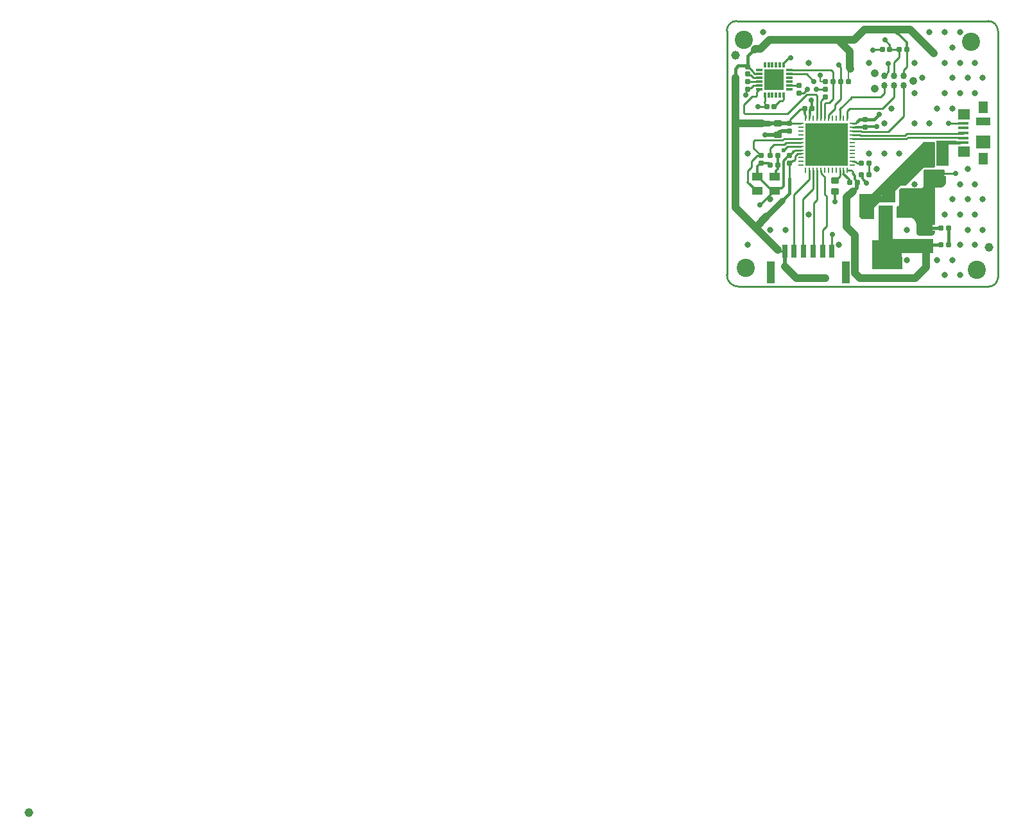
<source format=gbr>
%TF.GenerationSoftware,Altium Limited,Altium Designer,24.4.1 (13)*%
G04 Layer_Physical_Order=1*
G04 Layer_Color=255*
%FSLAX45Y45*%
%MOMM*%
%TF.SameCoordinates,9860FC65-6E59-49BE-95FE-00A45DA03842*%
%TF.FilePolarity,Positive*%
%TF.FileFunction,Copper,L1,Top,Signal*%
%TF.Part,Single*%
G01*
G75*
%TA.AperFunction,Conductor*%
%ADD10C,0.50000*%
%ADD11C,0.30000*%
%ADD12C,0.25000*%
%ADD13C,0.40000*%
%TA.AperFunction,NonConductor*%
%ADD14C,0.25400*%
%TA.AperFunction,SMDPad,CuDef*%
G04:AMPARAMS|DCode=15|XSize=0.6mm|YSize=0.7mm|CornerRadius=0.075mm|HoleSize=0mm|Usage=FLASHONLY|Rotation=90.000|XOffset=0mm|YOffset=0mm|HoleType=Round|Shape=RoundedRectangle|*
%AMROUNDEDRECTD15*
21,1,0.60000,0.55000,0,0,90.0*
21,1,0.45000,0.70000,0,0,90.0*
1,1,0.15000,0.27500,0.22500*
1,1,0.15000,0.27500,-0.22500*
1,1,0.15000,-0.27500,-0.22500*
1,1,0.15000,-0.27500,0.22500*
%
%ADD15ROUNDEDRECTD15*%
G04:AMPARAMS|DCode=16|XSize=0.6mm|YSize=0.7mm|CornerRadius=0.075mm|HoleSize=0mm|Usage=FLASHONLY|Rotation=0.000|XOffset=0mm|YOffset=0mm|HoleType=Round|Shape=RoundedRectangle|*
%AMROUNDEDRECTD16*
21,1,0.60000,0.55000,0,0,0.0*
21,1,0.45000,0.70000,0,0,0.0*
1,1,0.15000,0.22500,-0.27500*
1,1,0.15000,-0.22500,-0.27500*
1,1,0.15000,-0.22500,0.27500*
1,1,0.15000,0.22500,0.27500*
%
%ADD16ROUNDEDRECTD16*%
%ADD17R,5.60000X5.60000*%
%ADD18O,0.25000X0.80000*%
%ADD19O,0.80000X0.25000*%
%ADD20R,1.38000X0.45000*%
%ADD21R,1.55000X1.42500*%
%ADD22R,1.90000X1.00000*%
%ADD23R,1.90000X1.80000*%
%ADD24R,1.30000X1.65000*%
%TA.AperFunction,BGAPad,CuDef*%
%ADD25C,0.86300*%
%TA.AperFunction,SMDPad,CuDef*%
%ADD26R,2.60000X2.70000*%
%ADD27R,0.35000X0.80000*%
%ADD28R,0.85000X0.35000*%
%ADD29R,3.18213X1.25000*%
%ADD30R,1.25000X1.25000*%
G04:AMPARAMS|DCode=31|XSize=0.8mm|YSize=1mm|CornerRadius=0.1mm|HoleSize=0mm|Usage=FLASHONLY|Rotation=180.000|XOffset=0mm|YOffset=0mm|HoleType=Round|Shape=RoundedRectangle|*
%AMROUNDEDRECTD31*
21,1,0.80000,0.80000,0,0,180.0*
21,1,0.60000,1.00000,0,0,180.0*
1,1,0.20000,-0.30000,0.40000*
1,1,0.20000,0.30000,0.40000*
1,1,0.20000,0.30000,-0.40000*
1,1,0.20000,-0.30000,-0.40000*
%
%ADD31ROUNDEDRECTD31*%
G04:AMPARAMS|DCode=32|XSize=0.8mm|YSize=1mm|CornerRadius=0.1mm|HoleSize=0mm|Usage=FLASHONLY|Rotation=90.000|XOffset=0mm|YOffset=0mm|HoleType=Round|Shape=RoundedRectangle|*
%AMROUNDEDRECTD32*
21,1,0.80000,0.80000,0,0,90.0*
21,1,0.60000,1.00000,0,0,90.0*
1,1,0.20000,0.40000,0.30000*
1,1,0.20000,0.40000,-0.30000*
1,1,0.20000,-0.40000,-0.30000*
1,1,0.20000,-0.40000,0.30000*
%
%ADD32ROUNDEDRECTD32*%
G04:AMPARAMS|DCode=33|XSize=1.4mm|YSize=1.7mm|CornerRadius=0.175mm|HoleSize=0mm|Usage=FLASHONLY|Rotation=270.000|XOffset=0mm|YOffset=0mm|HoleType=Round|Shape=RoundedRectangle|*
%AMROUNDEDRECTD33*
21,1,1.40000,1.35000,0,0,270.0*
21,1,1.05000,1.70000,0,0,270.0*
1,1,0.35000,-0.67500,-0.52500*
1,1,0.35000,-0.67500,0.52500*
1,1,0.35000,0.67500,0.52500*
1,1,0.35000,0.67500,-0.52500*
%
%ADD33ROUNDEDRECTD33*%
G04:AMPARAMS|DCode=34|XSize=1.4mm|YSize=1.7mm|CornerRadius=0.175mm|HoleSize=0mm|Usage=FLASHONLY|Rotation=180.000|XOffset=0mm|YOffset=0mm|HoleType=Round|Shape=RoundedRectangle|*
%AMROUNDEDRECTD34*
21,1,1.40000,1.35000,0,0,180.0*
21,1,1.05000,1.70000,0,0,180.0*
1,1,0.35000,-0.52500,0.67500*
1,1,0.35000,0.52500,0.67500*
1,1,0.35000,0.52500,-0.67500*
1,1,0.35000,-0.52500,-0.67500*
%
%ADD34ROUNDEDRECTD34*%
%ADD35R,0.65000X1.70000*%
%ADD36R,1.00000X2.90000*%
G04:AMPARAMS|DCode=37|XSize=1.3mm|YSize=1.1mm|CornerRadius=0.055mm|HoleSize=0mm|Usage=FLASHONLY|Rotation=0.000|XOffset=0mm|YOffset=0mm|HoleType=Round|Shape=RoundedRectangle|*
%AMROUNDEDRECTD37*
21,1,1.30000,0.99000,0,0,0.0*
21,1,1.19000,1.10000,0,0,0.0*
1,1,0.11000,0.59500,-0.49500*
1,1,0.11000,-0.59500,-0.49500*
1,1,0.11000,-0.59500,0.49500*
1,1,0.11000,0.59500,0.49500*
%
%ADD37ROUNDEDRECTD37*%
%TA.AperFunction,Conductor*%
%ADD38C,1.00000*%
%ADD39C,0.80000*%
%ADD40C,0.20000*%
%ADD41C,0.26017*%
%TA.AperFunction,ViaPad*%
%ADD42C,1.15200*%
%TA.AperFunction,ComponentPad*%
%ADD43C,1.06700*%
%TA.AperFunction,ViaPad*%
%ADD44C,2.40000*%
%ADD45C,0.80000*%
%ADD46C,0.70000*%
%ADD47C,0.60000*%
%ADD48C,0.50000*%
G36*
X2992500Y1867500D02*
X3031988D01*
X3041769Y1854800D01*
X3040814Y1850000D01*
X3043531Y1836344D01*
X3045965Y1832700D01*
X3039177Y1820000D01*
X2887500D01*
Y1540000D01*
X2727892D01*
Y1849999D01*
X2727892Y1850000D01*
X2727500Y1851971D01*
Y1870000D01*
X2992500D01*
Y1867500D01*
D02*
G37*
G36*
X2783293Y1482300D02*
X2774819Y1480614D01*
X2764069Y1473431D01*
X2756886Y1462681D01*
X2754364Y1450000D01*
X2754217D01*
X2757321Y1434393D01*
X2766162Y1421162D01*
X2779393Y1412321D01*
X2795000Y1409217D01*
Y1409363D01*
X2857500D01*
Y1335889D01*
X2853945Y1318018D01*
X2846972Y1301185D01*
X2836849Y1286035D01*
X2823965Y1273150D01*
X2808815Y1263027D01*
X2791981Y1256054D01*
X2774110Y1252500D01*
X2707500D01*
Y765784D01*
X2598200D01*
Y765993D01*
X2578418Y762058D01*
X2561647Y750853D01*
X2550442Y734082D01*
X2546507Y714300D01*
X2546717D01*
X2549821Y698693D01*
X2558662Y685462D01*
X2571893Y676621D01*
X2587500Y673517D01*
X2603107Y676621D01*
X2614475Y684217D01*
X2707500D01*
Y664060D01*
X2699127Y643845D01*
X2683655Y628373D01*
X2663440Y620000D01*
X2502500D01*
X2502500Y620000D01*
X2494543Y620000D01*
X2479842Y626090D01*
X2468589Y637342D01*
X2462500Y652043D01*
X2462500Y660000D01*
Y765000D01*
X2462055Y774067D01*
X2458517Y791851D01*
X2451578Y808604D01*
X2441503Y823681D01*
X2428681Y836503D01*
X2413604Y846577D01*
X2396851Y853517D01*
X2379067Y857054D01*
X2370000Y857500D01*
X2202500D01*
Y998481D01*
X2205164Y1004913D01*
X2210087Y1009835D01*
X2216519Y1012500D01*
X2220000D01*
X2222926Y1012788D01*
X2228334Y1015028D01*
X2232472Y1019166D01*
X2234712Y1024573D01*
X2235000Y1027500D01*
Y1210415D01*
X2235001Y1222499D01*
Y1222500D01*
X2239659Y1233320D01*
X2250146Y1243808D01*
X2253024Y1245000D01*
X2257500Y1245000D01*
X2522500Y1245000D01*
X2528841Y1245624D01*
X2540556Y1250477D01*
X2549523Y1259444D01*
X2554375Y1271159D01*
X2555000Y1277500D01*
Y1462949D01*
X2555001Y1475000D01*
Y1475000D01*
X2558061Y1486345D01*
X2563671Y1491955D01*
X2571022Y1495000D01*
X2575000Y1495000D01*
X2782042Y1495000D01*
X2783293Y1482300D01*
D02*
G37*
G36*
X2707500Y1850000D02*
Y1530000D01*
X2697500Y1520000D01*
X2557500D01*
X2327500Y1290000D01*
Y1280000D01*
X2257500D01*
X2187500Y1210000D01*
Y1060000D01*
X1977500D01*
X1907500Y990000D01*
Y840000D01*
X1737500D01*
X1707500Y870000D01*
Y1170000D01*
X1867500D01*
X1977500Y1280000D01*
X2547500Y1850000D01*
Y1860000D01*
X2697500D01*
X2707500Y1850000D01*
D02*
G37*
G36*
X2147500Y580000D02*
X2687500D01*
Y390000D01*
X2267500D01*
Y340000D01*
X2277500D01*
Y180000D01*
X1877500D01*
Y320000D01*
Y550000D01*
X1884019Y560000D01*
X1967500D01*
Y1020000D01*
X2147500D01*
Y580000D01*
D02*
G37*
%LPC*%
G36*
X2301800Y980584D02*
X2286193Y977479D01*
X2272962Y968638D01*
X2262662Y958338D01*
X2253821Y945107D01*
X2250716Y929500D01*
X2253821Y913893D01*
X2262662Y900662D01*
X2275893Y891821D01*
X2291500Y888716D01*
X2307107Y891821D01*
X2320339Y900662D01*
X2330638Y910962D01*
X2339479Y924193D01*
X2342584Y939800D01*
X2339479Y955407D01*
X2330638Y968638D01*
X2317407Y977479D01*
X2301800Y980584D01*
D02*
G37*
G36*
X2073200Y1185686D02*
X2037500D01*
X2023844Y1182969D01*
X2012266Y1175234D01*
X2004531Y1163656D01*
X2001814Y1150000D01*
X2004531Y1136344D01*
X2012266Y1124766D01*
X2023844Y1117031D01*
X2037500Y1114314D01*
X2073200D01*
X2086856Y1117031D01*
X2098434Y1124766D01*
X2106169Y1136344D01*
X2108886Y1150000D01*
X2106169Y1163656D01*
X2098434Y1175234D01*
X2086856Y1182969D01*
X2073200Y1185686D01*
D02*
G37*
%LPD*%
D10*
X687500Y2000000D02*
G03*
X637500Y1950000I0J-50000D01*
G01*
X1627500Y1202500D02*
X1672500Y1247500D01*
Y1285710D02*
X1682500Y1295710D01*
Y1320000D01*
X1672500Y1247500D02*
Y1285710D01*
X1682500Y1320000D02*
X1687500Y1325000D01*
X687500Y2000000D02*
X787500D01*
X637222Y1950278D02*
X637500Y1950000D01*
X470278Y1950278D02*
X637222D01*
X470000Y1950556D02*
X470278Y1950278D01*
X515000Y2097500D02*
X517500Y2100000D01*
X637500D01*
X2165000Y3340000D02*
X2220000Y3285000D01*
X725000Y217500D02*
Y415000D01*
X637500Y2100000D02*
X787500D01*
D11*
X1087500Y2300000D02*
G03*
X1062500Y2275000I0J-25000D01*
G01*
X1392500Y1195000D02*
G03*
X1387500Y1200000I-5000J0D01*
G01*
X1062500Y2225000D02*
Y2275000D01*
X1082500Y2305000D02*
X1087500Y2300000D01*
X1082500Y2305000D02*
Y2400000D01*
X1077500Y2405000D02*
X1082500Y2400000D01*
X1737500Y1425000D02*
X1752500Y1410000D01*
Y1373137D02*
Y1410000D01*
Y1373137D02*
X1807500Y1318137D01*
Y1315000D02*
Y1318137D01*
X1793750Y2056250D02*
X1933750D01*
X1787500Y2050000D02*
X1793750Y2056250D01*
X1933750D02*
X1940000Y2062500D01*
X632501Y1250000D02*
X685000D01*
X707500Y1272500D01*
X592500Y1210000D02*
X632501Y1250000D01*
X707500Y1605104D02*
X742396Y1640000D01*
X707500Y1272500D02*
Y1605104D01*
X782500Y1675000D02*
X787500D01*
X747500Y1640000D02*
X782500Y1675000D01*
X742396Y1640000D02*
X747500D01*
X362500Y1530001D02*
X407500Y1575000D01*
X362500Y1400000D02*
Y1530001D01*
X407500Y1575000D02*
X412500D01*
X537501Y1550000D02*
Y1555000D01*
Y1545000D02*
Y1550000D01*
X517501Y1575000D02*
X537501Y1555000D01*
X412500Y1575000D02*
X517501D01*
X362500Y1400000D02*
X372500D01*
X522500Y1250000D01*
X552500D01*
X592500Y1210000D01*
X987500Y2225000D02*
Y2295000D01*
X2337500Y3075000D02*
Y3167500D01*
X2220000Y3285000D02*
X2337500Y3167500D01*
X1392500Y1070000D02*
Y1195000D01*
X1387500Y1200000D02*
X1402500Y1215000D01*
X237500Y1325000D02*
X352500Y1210000D01*
X792500Y1675000D02*
X837500Y1720000D01*
X787500Y1675000D02*
X792500D01*
X837500Y1720000D02*
Y1725000D01*
X3076500Y1850000D02*
X3081500Y1845000D01*
X2037500Y1150000D02*
X2073200D01*
X352500Y1210000D02*
X362500D01*
X592500Y1400000D02*
X612500Y1419999D01*
Y1475000D01*
X637500Y1500000D01*
Y1549999D01*
X637501Y1550000D01*
X637500Y1675000D02*
X637501Y1675000D01*
Y1550000D02*
Y1675000D01*
X1587500Y1320000D02*
Y1325000D01*
X1622604Y1439896D02*
X1652500Y1410000D01*
Y1365000D02*
Y1410000D01*
Y1365000D02*
X1687500Y1330000D01*
Y1325000D02*
Y1330000D01*
X1502500Y1435000D02*
X1572500Y1365000D01*
Y1340000D02*
X1587500Y1325000D01*
X1572500Y1340000D02*
Y1365000D01*
X1662500Y2050000D02*
X1787500D01*
D12*
X462500Y2385355D02*
G03*
X487500Y2325000I85354J0D01*
G01*
X1352500Y632500D02*
G03*
X1350000Y630000I0J-2500D01*
G01*
X2787500Y1450000D02*
G03*
X2795000Y1442500I7500J0D01*
G01*
X2037500Y2725000D02*
G03*
X2087500Y2775000I0J50000D01*
G01*
X1892500Y3075000D02*
G03*
X1885000Y3067500I0J-7500D01*
G01*
X1459757Y2297257D02*
G03*
X1452500Y2279645I17744J-17611D01*
G01*
X1622855Y2450000D02*
G03*
X1605243Y2442743I0J-25000D01*
G01*
X1021916Y2548056D02*
X1022500D01*
X973860Y2500000D02*
X1021916Y2548056D01*
X1018056Y2480556D02*
X1137855D01*
X1152500Y2465911D01*
Y2165000D02*
Y2465911D01*
X762500Y2225000D02*
X1018056Y2480556D01*
X912500Y2500000D02*
X973860D01*
X1660000Y2100000D02*
X1685000Y2125000D01*
X1617500Y2100000D02*
X1660000D01*
X1743432Y1987500D02*
X2087500D01*
X2291500Y2191500D02*
Y2598000D01*
X2087500Y1987500D02*
X2291500Y2191500D01*
X771389Y2956390D02*
X796390D01*
X712500Y2897500D02*
X771389Y2956390D01*
X796390D02*
X805000Y2965000D01*
X712500Y2875000D02*
Y2897500D01*
X1225000Y415000D02*
Y692215D01*
X1282500Y749715D01*
X1252500Y1169145D02*
Y1393861D01*
Y1169145D02*
X1282500Y1139146D01*
X1202500Y1457500D02*
X1207500Y1452500D01*
Y1438860D02*
X1252500Y1393861D01*
X1202500Y1457500D02*
Y1485000D01*
X1282500Y749715D02*
Y1139146D01*
X1207500Y1438860D02*
Y1452500D01*
X399959Y1027459D02*
X582500Y1210000D01*
X592500D01*
X399500Y1027459D02*
X399959D01*
X787500Y2100000D02*
X797855Y2110355D01*
Y2152855D02*
X934645Y2289645D01*
X977145D02*
X987500Y2300000D01*
X797855Y2110355D02*
Y2152855D01*
X934645Y2289645D02*
X977145D01*
X787500Y2100000D02*
X787500Y2100000D01*
X987500Y2295000D02*
Y2300000D01*
X204645Y2225000D02*
X762500D01*
X462500Y2385355D02*
Y2475000D01*
X484979Y2322479D02*
X487500Y2325000D01*
X377020Y2322479D02*
X484979D01*
X374500Y2319959D02*
X377020Y2322479D01*
X190000Y2239645D02*
Y2350000D01*
Y2239645D02*
X204645Y2225000D01*
X190000Y2350000D02*
X298125Y2458125D01*
X223110Y2535610D02*
X255000Y2567500D01*
X223110Y2478569D02*
Y2535610D01*
X214499Y2469959D02*
X223110Y2478569D01*
X359375Y2519375D02*
X390000Y2550000D01*
X359375Y2469375D02*
Y2519375D01*
X298125Y2458125D02*
X348125D01*
X359375Y2469375D01*
X787500Y1370000D02*
Y1575000D01*
X792500D02*
X827856Y1610355D01*
X1437500Y2862823D02*
Y2875000D01*
Y2862823D02*
X1462500Y2837823D01*
X1337500Y2800000D02*
X1362500Y2775000D01*
X785000Y2800000D02*
X1337500D01*
X1462500Y2650000D02*
Y2837823D01*
X635000Y429645D02*
Y432500D01*
X649645Y415000D02*
X725000D01*
X635000Y429645D02*
X649645Y415000D01*
X1350000D02*
Y630000D01*
X2795000Y1442500D02*
X2980000D01*
X2890000Y2105000D02*
X3081500D01*
X2037500Y2725000D02*
Y2741588D01*
X2087500Y2775000D02*
Y2885000D01*
X1892500Y3075000D02*
X2012500D01*
X1257500Y2450000D02*
X1262500D01*
X1202500Y2390000D02*
X1212434Y2399934D01*
X1202500Y2165000D02*
Y2390000D01*
X1212434Y2399934D02*
Y2404934D01*
X1257500Y2450000D01*
X1145000Y2550000D02*
X1262500D01*
X2047500Y3200000D02*
X2112500Y3135000D01*
Y3075000D02*
Y3135000D01*
Y3075000D02*
X2237500D01*
X2164500Y2725000D02*
Y2902000D01*
X2237500Y2975000D02*
Y3075000D01*
X2164500Y2902000D02*
X2237500Y2975000D01*
X2337500Y2850000D02*
Y3075000D01*
X2291500Y2725000D02*
X2293150Y2726650D01*
Y2805650D01*
X2337500Y2850000D01*
X287500Y1525000D02*
Y1600000D01*
X237500Y1475000D02*
X287500Y1525000D01*
Y1600000D02*
X362500Y1675000D01*
X237500Y1325000D02*
Y1475000D01*
X1012500Y2750000D02*
X1112500Y2650000D01*
X785000Y2750000D02*
X1012500D01*
X1362500Y2650000D02*
Y2775000D01*
X305000Y2779038D02*
Y2789068D01*
X261568Y2832500D02*
X305000Y2789068D01*
X255000Y2832500D02*
X261568D01*
X237500Y2850000D02*
X255000Y2832500D01*
X390000Y2750000D02*
X390000Y2750000D01*
X334038Y2750000D02*
X390000D01*
X305000Y2779038D02*
X334038Y2750000D01*
X277500Y2732500D02*
X310000Y2700000D01*
X255000Y2732500D02*
X277500D01*
X310000Y2700000D02*
X390000D01*
X237500Y2750000D02*
X255000Y2732500D01*
X277500Y2567500D02*
X310000Y2600000D01*
X390000D01*
X255000Y2567500D02*
X277500D01*
X237500Y2650000D02*
X390000D01*
X785000Y2600000D02*
X912500D01*
X1645000Y1600000D02*
X1650001Y1595000D01*
X1663640D01*
X1683640Y1575000D02*
X1737500D01*
X1617500Y1600000D02*
X1645000D01*
X1663640Y1595000D02*
X1683640Y1575000D01*
X1252500Y2165000D02*
Y2360355D01*
X1267145Y2375000D01*
X1312500D01*
X1302500Y2215000D02*
X1387500Y2300000D01*
Y2350000D02*
X1462500Y2425000D01*
X1387500Y2300000D02*
Y2350000D01*
X1312500Y2375000D02*
X1362500Y2425000D01*
Y2650000D01*
X1462500Y2425000D02*
Y2650000D01*
X1452500Y2165000D02*
Y2279645D01*
X1302500Y2165000D02*
Y2215000D01*
X1622855Y2450000D02*
X1987500D01*
X1459757Y2297257D02*
X1605243Y2442743D01*
X2037500Y2500000D02*
Y2598000D01*
X1987500Y2450000D02*
X2037500Y2500000D01*
X2012500Y2300000D02*
X2164500Y2452000D01*
Y2598000D01*
X1587500Y2300000D02*
X2012500D01*
X1552500Y2265000D02*
X1587500Y2300000D01*
X1552500Y2165000D02*
Y2265000D01*
X1617500Y2000000D02*
X1730932D01*
X1743432Y1987500D01*
X1152500Y1090000D02*
Y1485000D01*
X1112500Y427500D02*
Y1050000D01*
X1152500Y1090000D01*
X1100000Y415000D02*
X1112500Y427500D01*
X1102500Y1240000D02*
Y1485000D01*
X962500Y1100000D02*
X1102500Y1240000D01*
X962500Y427500D02*
Y1100000D01*
Y427500D02*
X975000Y415000D01*
X850000D02*
Y1162500D01*
X1052500Y1365000D02*
Y1485000D01*
X850000Y1162500D02*
X1052500Y1365000D01*
X827856Y1610355D02*
X847855D01*
X862500Y1625000D01*
Y1666139D01*
X896361Y1700000D01*
X327146Y1877500D02*
X695104D01*
X312501Y1862855D02*
X327146Y1877500D01*
X312501Y1774999D02*
Y1862855D01*
X695104Y1877500D02*
X717604Y1900000D01*
X312501Y1774999D02*
X412500Y1675000D01*
X717604Y1900000D02*
X937500D01*
X723860Y1825000D02*
X748861Y1850000D01*
X937500D01*
X712500Y1750000D02*
X762500Y1800000D01*
X937500D01*
X587500Y1825000D02*
X723860D01*
X896361Y1700000D02*
X937500D01*
X862500Y1750000D02*
X937500D01*
X837500Y1725000D02*
X862500Y1750000D01*
X412500Y1675000D02*
X412500Y1675000D01*
X362500Y1675000D02*
X412500D01*
X537500Y1775000D02*
X587500Y1825000D01*
X537500Y1675000D02*
Y1775000D01*
X1397500Y1350000D02*
X1452500Y1405000D01*
X1387500Y1350000D02*
X1397500D01*
X1452500Y1405000D02*
Y1485000D01*
X1837500Y1425000D02*
Y1500000D01*
Y1425000D02*
X1837500Y1425000D01*
X1837500Y1500000D02*
X1837500Y1500000D01*
Y1575000D01*
X1622604Y1439896D02*
Y1464896D01*
X1602501Y1485000D02*
X1622604Y1464896D01*
X1552500Y1485000D02*
X1602501D01*
X1552500D02*
Y1485000D01*
X1502500Y1435000D02*
Y1485000D01*
X1387500Y1350000D02*
X1387500Y1350000D01*
X587500Y2325000D02*
X662500Y2400000D01*
X712500Y2421538D02*
Y2475000D01*
X690962Y2400000D02*
X712500Y2421538D01*
X712500Y2475000D02*
X712500Y2475000D01*
X662500Y2400000D02*
X690962D01*
X1617500Y2050000D02*
X1662500D01*
X1052500Y2165000D02*
Y2192500D01*
X1062500Y2225000D01*
X987500D02*
X1002500Y2192500D01*
Y2165000D02*
Y2192500D01*
X787500Y2100000D02*
X912500D01*
D13*
X2598200Y725000D02*
G03*
X2587500Y714300I0J-10700D01*
G01*
X1685000Y2125000D02*
X1710000Y2150000D01*
X1902500D01*
X2587500Y500000D02*
X2787500D01*
X1902500Y2150000D02*
X1970000Y2217500D01*
X787500Y1175000D02*
Y1370000D01*
X697500Y1085000D02*
X787500Y1175000D01*
X237500Y2990000D02*
X323150Y3075650D01*
X331850D01*
X237500Y2850000D02*
Y2990000D01*
X110000Y2860000D02*
X227500D01*
X237500Y2850000D01*
X75000Y2825000D02*
X110000Y2860000D01*
X75000Y2702500D02*
Y2825000D01*
X2598200Y725000D02*
X2787500D01*
X2587500Y485700D02*
Y500000D01*
X2787500Y724300D02*
Y725000D01*
X2777500Y714300D02*
X2787500Y724300D01*
X2780350Y492850D02*
X2787500Y500000D01*
X2887500D02*
Y725000D01*
X2062500Y270500D02*
X2159107D01*
X2291500Y929500D02*
X2301800Y939800D01*
X587500Y2325000D02*
Y2330000D01*
X597500Y2340000D01*
D14*
X-37500Y102000D02*
G03*
X114500Y-50000I152000J0D01*
G01*
X3420076Y-49998D02*
G03*
X3537500Y67426I0J117424D01*
G01*
X89500Y3450000D02*
G03*
X-37500Y3323000I0J-127000D01*
G01*
X3537500D02*
G03*
X3410500Y3450000I-127000J0D01*
G01*
X114500Y-50000D02*
X3420076Y-49998D01*
X3537500Y67426D02*
X3537500Y3323000D01*
X89500Y3450000D02*
X187500D01*
X3410500D01*
X-37500Y102000D02*
Y3323000D01*
D15*
X412500Y1575000D02*
D03*
Y1675000D02*
D03*
X787500Y1575000D02*
D03*
Y1675000D02*
D03*
X912500Y2500000D02*
D03*
Y2600000D02*
D03*
X237500Y2850000D02*
D03*
Y2750000D02*
D03*
X237500Y2650000D02*
D03*
Y2550000D02*
D03*
X1262500Y2450000D02*
D03*
Y2550000D02*
D03*
X1787500Y2150000D02*
D03*
Y2050000D02*
D03*
X787500Y2100000D02*
D03*
Y2000000D02*
D03*
D16*
X1737500Y1425000D02*
D03*
X1837500D02*
D03*
X637501Y1550000D02*
D03*
X537501D02*
D03*
X487500Y2325000D02*
D03*
X587500D02*
D03*
X537500Y1675000D02*
D03*
X637500D02*
D03*
X2787500Y500000D02*
D03*
X2887500D02*
D03*
Y725000D02*
D03*
X2787500D02*
D03*
X1262500Y2650000D02*
D03*
X1362500D02*
D03*
X1562500D02*
D03*
X1462500D02*
D03*
X1837500Y1575000D02*
D03*
X1737500D02*
D03*
X2337500Y3075000D02*
D03*
X2237500D02*
D03*
X2112500D02*
D03*
X2012500D02*
D03*
X987500Y2300000D02*
D03*
X1087500D02*
D03*
X1687500Y1325000D02*
D03*
X1587500D02*
D03*
D17*
X1277500Y1825000D02*
D03*
D18*
X1002500Y2165000D02*
D03*
X1052500D02*
D03*
X1102500D02*
D03*
X1152500D02*
D03*
X1202500D02*
D03*
X1252500D02*
D03*
X1302500D02*
D03*
X1352500D02*
D03*
X1402500D02*
D03*
X1452500D02*
D03*
X1502500D02*
D03*
X1552500D02*
D03*
Y1485000D02*
D03*
X1502500D02*
D03*
X1452500D02*
D03*
X1402500D02*
D03*
X1352500D02*
D03*
X1302500D02*
D03*
X1252500D02*
D03*
X1202500D02*
D03*
X1152500D02*
D03*
X1102500D02*
D03*
X1052500D02*
D03*
X1002500D02*
D03*
D19*
X1617500Y2100000D02*
D03*
Y2050000D02*
D03*
Y2000000D02*
D03*
Y1950000D02*
D03*
Y1900000D02*
D03*
Y1850000D02*
D03*
Y1800000D02*
D03*
Y1750000D02*
D03*
Y1700000D02*
D03*
Y1650000D02*
D03*
Y1600000D02*
D03*
Y1550000D02*
D03*
X937500D02*
D03*
Y1600000D02*
D03*
Y1650000D02*
D03*
Y1700000D02*
D03*
Y1750000D02*
D03*
Y1800000D02*
D03*
Y1850000D02*
D03*
Y1900000D02*
D03*
Y1950000D02*
D03*
Y2000000D02*
D03*
Y2050000D02*
D03*
Y2100000D02*
D03*
D20*
X3081500Y2105000D02*
D03*
Y2040000D02*
D03*
Y1975000D02*
D03*
Y1910000D02*
D03*
Y1845000D02*
D03*
D21*
X3090000Y2223750D02*
D03*
Y1726250D02*
D03*
D22*
X3347500Y2130000D02*
D03*
D23*
Y1860000D02*
D03*
D24*
Y2312500D02*
D03*
Y1637500D02*
D03*
D25*
X2291500Y2598000D02*
D03*
X2037500D02*
D03*
X2164500D02*
D03*
X2037500Y2725000D02*
D03*
X2164500D02*
D03*
X2291500D02*
D03*
D26*
X587500Y2675000D02*
D03*
D27*
X462500Y2475000D02*
D03*
X512500D02*
D03*
X562500D02*
D03*
X612500D02*
D03*
X662500D02*
D03*
X712500D02*
D03*
X462500Y2875000D02*
D03*
X512500D02*
D03*
X562500D02*
D03*
X612500D02*
D03*
X662500D02*
D03*
X712500D02*
D03*
D28*
X785000Y2550000D02*
D03*
Y2600000D02*
D03*
Y2650000D02*
D03*
Y2700000D02*
D03*
Y2750000D02*
D03*
Y2800000D02*
D03*
X390000Y2550000D02*
D03*
Y2600000D02*
D03*
Y2650000D02*
D03*
Y2700000D02*
D03*
Y2750000D02*
D03*
Y2800000D02*
D03*
D29*
X2062500Y270500D02*
D03*
D30*
X1833500Y929500D02*
D03*
X2062500D02*
D03*
X2291500D02*
D03*
D31*
X2637500Y1775000D02*
D03*
X2787500D02*
D03*
D32*
X2637500Y1450000D02*
D03*
Y1600000D02*
D03*
X2787500Y1450000D02*
D03*
Y1600000D02*
D03*
X1387500Y1200000D02*
D03*
Y1350000D02*
D03*
X637500Y1950000D02*
D03*
Y2100000D02*
D03*
D33*
X2587500Y714300D02*
D03*
Y485700D02*
D03*
D34*
X2301800Y1150000D02*
D03*
X2073200D02*
D03*
D35*
X725000Y415000D02*
D03*
X850000D02*
D03*
X1100000D02*
D03*
X1225000D02*
D03*
X975000D02*
D03*
X1350000D02*
D03*
D36*
X540000Y135000D02*
D03*
X1535000D02*
D03*
D37*
X592500Y1210000D02*
D03*
Y1400000D02*
D03*
X362500Y1210000D02*
D03*
Y1400000D02*
D03*
D38*
X2165000Y3340000D02*
X2376958D01*
X1780000D02*
X2165000D01*
X2376958D02*
X2689500Y3027459D01*
X75000Y2100000D02*
X422500D01*
X335000Y732500D02*
X635000Y432500D01*
X75000Y992500D02*
X335000Y732500D01*
X347500D01*
X485000Y870000D01*
X75000Y2100000D02*
Y2702500D01*
Y992500D02*
Y2100000D01*
X336200Y3080000D02*
X402500D01*
X525000Y3202500D02*
X1432500D01*
X402500Y3080000D02*
X525000Y3202500D01*
X331850Y3075650D02*
X336200Y3080000D01*
X1642500Y3202500D02*
X1780000Y3340000D01*
X1432500Y3202500D02*
X1642500D01*
X1582500Y2837500D02*
X1595000Y2825000D01*
X1582500Y2837500D02*
Y3052500D01*
X1432500Y3202500D02*
X1582500Y3052500D01*
X880000Y62500D02*
X1260000D01*
X725000Y217500D02*
X880000Y62500D01*
X1655000Y130000D02*
X1722500Y62500D01*
X2445000D02*
X2587500Y205000D01*
X1722500Y62500D02*
X2445000D01*
X1655000Y130000D02*
Y630000D01*
X1545000Y1125000D02*
X1622500Y1202500D01*
X1627500D01*
X1545000Y740000D02*
Y1125000D01*
Y740000D02*
X1655000Y630000D01*
X2587500Y205000D02*
Y485700D01*
D39*
X485000Y872500D02*
X697500Y1085000D01*
X485000Y870000D02*
Y872500D01*
X422500Y2100000D02*
X425000Y2097500D01*
X515000D01*
D40*
X1206716Y2650000D02*
X1262500D01*
X1195000Y2661716D02*
Y2732500D01*
Y2661716D02*
X1206716Y2650000D01*
X1562500Y2778970D02*
X1595000Y2811470D01*
Y2825000D01*
X1562500Y2650000D02*
Y2778970D01*
D41*
X2329826Y1895655D02*
X2353503Y1919331D01*
X1705388Y1895655D02*
X2329826D01*
X1645815Y1948169D02*
X1718404D01*
X2310633Y1941992D02*
X2334309Y1965668D01*
X3072168D01*
X1724582Y1941992D02*
X2310633D01*
X1718404Y1948169D02*
X1724582Y1941992D01*
X1699211Y1901832D02*
X1705388Y1895655D01*
X1645815Y1901832D02*
X1699211D01*
X912500Y2100000D02*
X937500D01*
X1643983Y1900000D02*
X1645815Y1901832D01*
X1617500Y1900000D02*
X1643983D01*
X2353503Y1919331D02*
X3072169D01*
X3081500Y1910000D01*
X1643983Y1950000D02*
X1645815Y1948169D01*
X1617500Y1950000D02*
X1643983D01*
X3072168Y1965668D02*
X3081500Y1975000D01*
D42*
X3425000Y465000D02*
D03*
X75000Y2995000D02*
D03*
X-9247300Y-6984800D02*
D03*
D43*
X1910500Y2763100D02*
D03*
Y2559900D02*
D03*
X2418500Y2661500D02*
D03*
D44*
X3262500Y175000D02*
D03*
X212500Y200000D02*
D03*
X3187500Y3175000D02*
D03*
X187500Y3200000D02*
D03*
D45*
X3237507Y2900005D02*
D03*
X3337507Y2700005D02*
D03*
X3237507Y2500005D02*
D03*
Y1300005D02*
D03*
X3337507Y1100004D02*
D03*
X3237507Y900004D02*
D03*
X3337507Y700004D02*
D03*
X3237507Y500004D02*
D03*
X3037507Y3300006D02*
D03*
Y2900005D02*
D03*
X3137507Y2700005D02*
D03*
X3037507Y2500005D02*
D03*
X3137507Y1500005D02*
D03*
X3037507Y1300005D02*
D03*
X3137507Y1100004D02*
D03*
X3037507Y900004D02*
D03*
X3137507Y700004D02*
D03*
X3037507Y500004D02*
D03*
Y100004D02*
D03*
X2837507Y3300006D02*
D03*
X2937507Y3100005D02*
D03*
X2837507Y2900005D02*
D03*
X2937507Y2700005D02*
D03*
X2837507Y2500005D02*
D03*
X2937507Y2300005D02*
D03*
Y1100004D02*
D03*
X2837507Y900004D02*
D03*
X2937507Y300004D02*
D03*
X2837507Y100004D02*
D03*
X2637507Y3300006D02*
D03*
X2737507Y2300005D02*
D03*
X2637507Y2100005D02*
D03*
Y1300005D02*
D03*
Y900004D02*
D03*
X2737507Y300004D02*
D03*
X2437506Y2900005D02*
D03*
X2537506Y2700005D02*
D03*
X2437506Y2500005D02*
D03*
Y2100005D02*
D03*
Y1300005D02*
D03*
X2537506Y1100004D02*
D03*
X2437506Y900004D02*
D03*
X2237506Y1700005D02*
D03*
X2337506Y700004D02*
D03*
Y300004D02*
D03*
X2137506Y2300005D02*
D03*
X2037506Y2100005D02*
D03*
Y1700005D02*
D03*
X1837506Y2900005D02*
D03*
Y1700005D02*
D03*
X1937506Y1500005D02*
D03*
X1437506Y500004D02*
D03*
X1037506Y2900005D02*
D03*
Y900004D02*
D03*
X737506Y700004D02*
D03*
X437505Y3300006D02*
D03*
X537505Y1100004D02*
D03*
Y700004D02*
D03*
X237505Y1700005D02*
D03*
Y500004D02*
D03*
D46*
X470000Y1950556D02*
D03*
X1077500Y2405000D02*
D03*
X1022500Y2548056D02*
D03*
X1807500Y1315000D02*
D03*
X1940000Y2062500D02*
D03*
X805000Y2965000D02*
D03*
X399500Y1027459D02*
D03*
X2689500Y3027459D02*
D03*
X1970000Y2217500D02*
D03*
X374500Y2319959D02*
D03*
X214499Y2469959D02*
D03*
X372500Y2102500D02*
D03*
X1437500Y2875000D02*
D03*
X1195000Y2732500D02*
D03*
X1595000Y2825000D02*
D03*
X1260000Y62500D02*
D03*
X1722500D02*
D03*
X1392500Y1070000D02*
D03*
X1352500Y632500D02*
D03*
X2980000Y1442500D02*
D03*
X2890000Y2105000D02*
D03*
X2087500Y2885000D02*
D03*
X1885000Y3067500D02*
D03*
X1145000Y2550000D02*
D03*
X2047500Y3200000D02*
D03*
X1112500Y2650000D02*
D03*
D47*
X712500Y1750000D02*
D03*
D48*
X1497500Y1605000D02*
D03*
X1387500D02*
D03*
X1277500D02*
D03*
X1167500D02*
D03*
X1057500D02*
D03*
X1497500Y1715000D02*
D03*
X1387500D02*
D03*
X1277500D02*
D03*
X1167500D02*
D03*
X1057500D02*
D03*
X1497500Y1825000D02*
D03*
X1387500D02*
D03*
X1277500D02*
D03*
X1167500D02*
D03*
X1057500D02*
D03*
X1497500Y1935000D02*
D03*
X1387500D02*
D03*
X1277500D02*
D03*
X1167500D02*
D03*
X1057500D02*
D03*
X1497500Y2045000D02*
D03*
X1387500D02*
D03*
X1277500D02*
D03*
X1167500D02*
D03*
X1057500D02*
D03*
X642500Y2730000D02*
D03*
Y2620000D02*
D03*
X532500D02*
D03*
Y2730000D02*
D03*
%TF.MD5,b3d2379f576c57f4da8e2f3ca7573b1c*%
M02*

</source>
